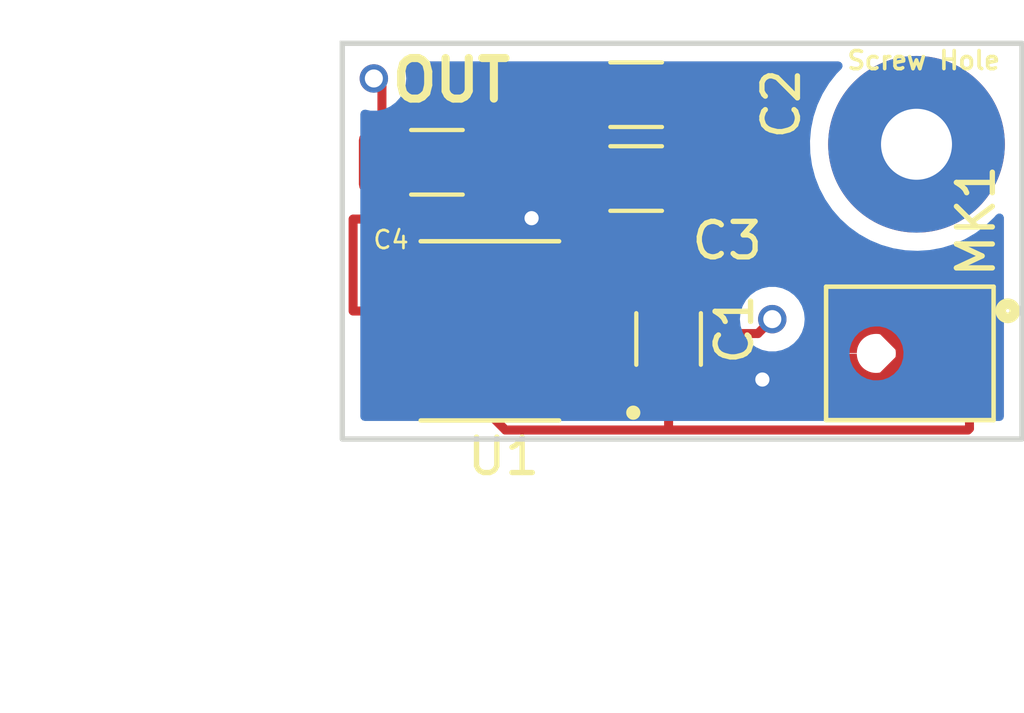
<source format=kicad_pcb>
(kicad_pcb (version 20211014) (generator pcbnew)
  (layers (0 "F.Cu" signal) (31 "B.Cu" signal) (34 "B.Paste" user) (35 "F.Paste" user) (36 "B.SilkS" user "B.Silkscreen") (37 "F.SilkS" user "F.Silkscreen") (38 "B.Mask" user) (39 "F.Mask" user) (44 "Edge.Cuts" user))
  (net 0 "")
  (net 1 "GND")
  (net 2 "Net-(C2-Pad1)")
  (net 3 "Net-(C2-Pad2)")
  (net 4 "+3V3")
  (net 5 "/IN+")
  (net 6 "/IN-")
  (net 7 "/Out")
  (footprint "Resistor_SMD:R_1206_3216Metric_Pad1.30x1.75mm_HandSolder" (layer "F.Cu") (at 152.8312 87.503 180)
    (fp_text reference "R2" hide)
    (fp_text value "10k")
    (fp_line (start -0.727064 0.91) (end 0.727064 0.91) (layer "F.SilkS") (width 0.12))
    (fp_line (start -0.727064 -0.91) (end 0.727064 -0.91) (layer "F.SilkS") (width 0.12))
    (pad "1" smd roundrect (at -1.55 0 180) (size 1.3 1.75) (layers "F.Cu" "F.Paste" "F.Mask") (roundrect_rratio 0.1923076923) (net 5 "/IN+"))
    (pad "2" smd roundrect (at 1.55 0 180) (size 1.3 1.75) (layers "F.Cu" "F.Paste" "F.Mask") (roundrect_rratio 0.1923076923) (net 1 "GND"))
  )
  (footprint "ICS-40300:MIC_ICS-40300" (layer "F.Cu") (at 159.6033 92.4306 -90)
    (fp_text reference "MK1" (at -3.7338 -2.8043 -90) (layer "F.SilkS") (effects (font (size 1.011409 1.011409))))
    (fp_text value "ICS-40300")
    (fp_line (start -1.88 1.42) (end -1.88 -3.3) (layer "F.SilkS") (width 0.127))
    (fp_line (start 1.88 -3.3) (end 1.88 1.42) (layer "F.SilkS") (width 0.127))
    (fp_line (start -1.88 -3.3) (end 1.88 -3.3) (layer "F.SilkS") (width 0.127))
    (fp_line (start 1.88 1.42) (end -1.88 1.42) (layer "F.SilkS") (width 0.127))
    (fp_circle (center -1.2 -3.7) (end -1.15 -3.7) (layer "F.SilkS") (width 0.3) (fill none))
    (pad "" np_thru_hole circle (at 0 0 270) (size 0.5 0.5) (drill 0.5) (layers *.Cu *.Mask))
    (pad "1" smd circle (at -1.2 -2.62 180) (size 0.9 0.9) (layers "F.Cu" "F.Mask") (net 2 "Net-(C2-Pad1)"))
    (pad "2" smd circle (at -1.27 0.79 180) (size 0.7 0.7) (layers "F.Cu" "F.Mask") (net 1 "GND"))
    (pad "3" smd custom (at 0 -0.6858 90) (size 0.1 0.1) (layers "F.Cu") (net 1 "GND") (options (clearance outline) (anchor rect)) (primitives (gr_poly (pts (xy -0.01 -1.53) (xy -0.01 -1.24) (xy -0.02 -1.24) (xy -0.048 -1.239) (xy -0.076 -1.236) (xy -0.104 -1.232) (xy -0.131 -1.226) (xy -0.159 -1.219) (xy -0.186 -1.211) (xy -0.212 -1.201) (xy -0.238 -1.189) (xy -0.264 -1.177) (xy -0.288 -1.163) (xy -0.312 -1.148) (xy -0.335 -1.131) (xy -0.357 -1.114) (xy -0.378 -1.095) (xy -0.399 -1.075) (xy -0.418 -1.054) (xy -0.436 -1.033) (xy -0.452 -1.01) (xy -0.468 -0.986) (xy -0.482 -0.962) (xy -0.495 -0.937) (xy -0.507 -0.911) (xy -0.518 -0.885) (xy -0.526 -0.858) (xy -0.534 -0.831) (xy -0.54 -0.803) (xy -0.545 -0.775) (xy -0.548 -0.747) (xy -0.55 -0.719) (xy -0.55 -0.69) (xy -0.549 -0.661) (xy -0.547 -0.633) (xy -0.543 -0.604) (xy -0.538 -0.576) (xy -0.531 -0.548) (xy -0.523 -0.52) (xy -0.513 -0.493) (xy -0.502 -0.466) (xy -0.49 -0.44) (xy -0.476 -0.415) (xy -0.461 -0.39) (xy -0.445 -0.367) (xy -0.427 -0.344) (xy -0.409 -0.322) (xy -0.389 -0.301) (xy -0.368 -0.281) (xy -0.346 -0.263) (xy -0.323 -0.245) (xy -0.3 -0.229) (xy -0.275 -0.214) (xy -0.25 -0.2) (xy -0.224 -0.188) (xy -0.197 -0.177) (xy -0.17 -0.167) (xy -0.142 -0.159) (xy -0.114 -0.152) (xy -0.086 -0.147) (xy -0.057 -0.143) (xy -0.029 -0.141) (xy 0 -0.14) (xy 0.034 -0.141) (xy 0.063 -0.144) (xy 0.091 -0.148) (xy 0.12 -0.154) (xy 0.148 -0.161) (xy 0.176 -0.17) (xy 0.203 -0.18) (xy 0.23 -0.192) (xy 0.256 -0.205) (xy 0.281 -0.219) (xy 0.305 -0.235) (xy 0.329 -0.252) (xy 0.352 -0.27) (xy 0.374 -0.289) (xy 0.394 -0.309) (xy 0.414 -0.331) (xy 0.432 -0.353) (xy 0.45 -0.377) (xy 0.466 -0.401) (xy 0.48 -0.426) (xy 0.494 -0.452) (xy 0.506 -0.478) (xy 0.517 -0.505) (xy 0.526 -0.533) (xy 0.534 -0.561) (xy 0.54 -0.589) (xy 0.545 -0.618) (xy 0.548 -0.647) (xy 0.55 -0.676) (xy 0.55 -0.7) (xy 0.549 -0.728) (xy 0.547 -0.756) (xy 0.543 -0.784) (xy 0.538 -0.812) (xy 0.532 -0.84) (xy 0.524 -0.867) (xy 0.514 -0.894) (xy 0.503 -0.92) (xy 0.491 -0.945) (xy 0.478 -0.97) (xy 0.463 -0.994) (xy 0.447 -1.017) (xy 0.43 -1.04) (xy 0.411 -1.061) (xy 0.392 -1.082) (xy 0.371 -1.101) (xy 0.35 -1.12) (xy 0.327 -1.137) (xy 0.304 -1.153) (xy 0.28 -1.168) (xy 0.255 -1.181) (xy 0.23 -1.193) (xy 0.204 -1.204) (xy 0.177 -1.214) (xy 0.15 -1.222) (xy 0.122 -1.228) (xy 0.094 -1.233) (xy 0.066 -1.237) (xy 0.038 -1.239) (xy 0.01 -1.24) (xy 0.01 -1.53) (xy 0.058 -1.529) (xy 0.101 -1.525) (xy 0.144 -1.52) (xy 0.187 -1.512) (xy 0.229 -1.502) (xy 0.27 -1.49) (xy 0.311 -1.475) (xy 0.351 -1.459) (xy 0.39 -1.44) (xy 0.428 -1.419) (xy 0.464 -1.397) (xy 0.5 -1.372) (xy 0.534 -1.346) (xy 0.567 -1.318) (xy 0.598 -1.288) (xy 0.628 -1.257) (xy 0.656 -1.224) (xy 0.682 -1.19) (xy 0.707 -1.154) (xy 0.729 -1.118) (xy 0.75 -1.08) (xy 0.769 -1.041) (xy 0.785 -1.001) (xy 0.8 -0.96) (xy 0.812 -0.919) (xy 0.822 -0.877) (xy 0.83 -0.834) (xy 0.835 -0.791) (xy 0.839 -0.748) (xy 0.84 -0.71) (xy 0.84 -0.68) (xy 0.839 -0.637) (xy 0.835 -0.593) (xy 0.83 -0.55) (xy 0.822 -0.507) (xy 0.812 -0.465) (xy 0.799 -0.424) (xy 0.785 -0.383) (xy 0.768 -0.342) (xy 0.75 -0.303) (xy 0.729 -0.265) (xy 0.706 -0.228) (xy 0.681 -0.192) (xy 0.655 -0.158) (xy 0.627 -0.125) (xy 0.597 -0.093) (xy 0.565 -0.063) (xy 0.532 -0.035) (xy 0.498 -0.009) (xy 0.462 0.016) (xy 0.425 0.039) (xy 0.387 0.06) (xy 0.348 0.078) (xy 0.307 0.095) (xy 0.266 0.109) (xy 0.225 0.122) (xy 0.183 0.132) (xy 0.14 0.14) (xy 0.097 0.145) (xy 0.053 0.149) (xy 0.01 0.15) (xy -0.034 0.149) (xy -0.079 0.145) (xy -0.123 0.14) (xy -0.167 0.131) (xy -0.21 0.121) (xy -0.253 0.108) (xy -0.295 0.094) (xy -0.336 0.077) (xy -0.376 0.057) (xy -0.415 0.036) (xy -0.453 0.013) (xy -0.49 -0.012) (xy -0.525 -0.039) (xy -0.559 -0.068) (xy -0.591 -0.099) (xy -0.622 -0.131) (xy -0.651 -0.165) (xy -0.678 -0.2) (xy -0.703 -0.237) (xy -0.726 -0.275) (xy -0.747 -0.314) (xy -0.767 -0.354) (xy -0.784 -0.395) (xy -0.798 -0.437) (xy -0.811 -0.48) (xy -0.821 -0.523) (xy -0.83 -0.567) (xy -0.835 -0.611) (xy -0.839 -0.656) (xy -0.84 -0.7) (xy -0.84 -0.71) (xy -0.839 -0.748) (xy -0.835 -0.791) (xy -0.83 -0.834) (xy -0.822 -0.877) (xy -0.812 -0.919) (xy -0.8 -0.96) (xy -0.785 -1.001) (xy -0.769 -1.041) (xy -0.75 -1.08) (xy -0.729 -1.118) (xy -0.707 -1.154) (xy -0.682 -1.19) (xy -0.656 -1.224) (xy -0.628 -1.257) (xy -0.598 -1.288) (xy -0.567 -1.318) (xy -0.534 -1.346) (xy -0.5 -1.372) (xy -0.464 -1.397) (xy -0.428 -1.419) (xy -0.39 -1.44) (xy -0.351 -1.459) (xy -0.311 -1.475) (xy -0.27 -1.49) (xy -0.229 -1.502) (xy -0.187 -1.512) (xy -0.144 -1.52) (xy -0.101 -1.525) (xy -0.058 -1.529) (xy -0.01 -1.53)) (width 0.001) (fill yes))))
    (pad "4" smd circle (at 1.27 0.79 180) (size 0.7 0.7) (layers "F.Cu" "F.Mask") (net 1 "GND"))
    (pad "5" smd circle (at 1.2 -2.62 180) (size 0.9 0.9) (layers "F.Cu" "F.Mask") (net 4 "+3V3"))
    (pad "6" smd circle (at 0 -2.62 180) (size 0.9 0.9) (layers "F.Cu" "F.Mask") (net 1 "GND"))
  )
  (footprint "Resistor_SMD:R_1206_3216Metric_Pad1.30x1.75mm_HandSolder" (layer "F.Cu") (at 147.2178 87.0458)
    (fp_text reference "R4" hide)
    (fp_text value "36k")
    (fp_line (start -0.727064 0.91) (end 0.727064 0.91) (layer "F.SilkS") (width 0.12))
    (fp_line (start -0.727064 -0.91) (end 0.727064 -0.91) (layer "F.SilkS") (width 0.12))
    (pad "1" smd roundrect (at -1.55 0) (size 1.3 1.75) (layers "F.Cu" "F.Paste" "F.Mask") (roundrect_rratio 0.1923076923) (net 7 "/Out"))
    (pad "2" smd roundrect (at 1.55 0) (size 1.3 1.75) (layers "F.Cu" "F.Paste" "F.Mask") (roundrect_rratio 0.1923076923) (net 6 "/IN-"))
  )
  (footprint "Capacitor_SMD:C_0201_0603Metric_Pad0.64x0.40mm_HandSolder" (layer "F.Cu") (at 155.3204 93.5482 90)
    (fp_text reference "C1" (at 1.8034 0.28 90) (layer "F.SilkS"))
    (fp_text value "0.1µF")
    (pad "1" smd roundrect (at -0.4075 0 90) (size 0.635 0.4) (layers "F.Cu" "F.Mask") (net 4 "+3V3"))
    (pad "2" smd roundrect (at 0.4075 0 90) (size 0.635 0.4) (layers "F.Cu" "F.Mask") (net 1 "GND"))
  )
  (footprint "Capacitor_SMD:C_0201_0603Metric_Pad0.64x0.40mm_HandSolder" (layer "F.Cu") (at 153.517 89.1286 180)
    (fp_text reference "C3" (at -1.8796 -0.127) (layer "F.SilkS"))
    (fp_text value "1µF")
    (pad "1" smd roundrect (at -0.4075 0 180) (size 0.635 0.4) (layers "F.Cu" "F.Mask") (net 5 "/IN+"))
    (pad "2" smd roundrect (at 0.4075 0 180) (size 0.635 0.4) (layers "F.Cu" "F.Mask") (net 1 "GND"))
  )
  (footprint "Resistor_SMD:R_1206_3216Metric_Pad1.30x1.75mm_HandSolder" (layer "F.Cu") (at 152.8312 85.1408 180)
    (fp_text reference "R1" hide)
    (fp_text value "4.7k")
    (fp_line (start -0.727064 0.91) (end 0.727064 0.91) (layer "F.SilkS") (width 0.12))
    (fp_line (start -0.727064 -0.91) (end 0.727064 -0.91) (layer "F.SilkS") (width 0.12))
    (pad "1" smd roundrect (at -1.55 0 180) (size 1.3 1.75) (layers "F.Cu" "F.Paste" "F.Mask") (roundrect_rratio 0.1923076923) (net 3 "Net-(C2-Pad2)"))
    (pad "2" smd roundrect (at 1.55 0 180) (size 1.3 1.75) (layers "F.Cu" "F.Paste" "F.Mask") (roundrect_rratio 0.1923076923) (net 6 "/IN-"))
  )
  (footprint "Resistor_SMD:R_1206_3216Metric_Pad1.30x1.75mm_HandSolder" (layer "F.Cu") (at 153.7456 92.0242 90)
    (fp_text reference "R3" hide)
    (fp_text value "10k")
    (fp_line (start -0.727064 -0.91) (end 0.727064 -0.91) (layer "F.SilkS") (width 0.12))
    (fp_line (start -0.727064 0.91) (end 0.727064 0.91) (layer "F.SilkS") (width 0.12))
    (pad "1" smd roundrect (at -1.55 0 90) (size 1.3 1.75) (layers "F.Cu" "F.Paste" "F.Mask") (roundrect_rratio 0.1923076923) (net 4 "+3V3"))
    (pad "2" smd roundrect (at 1.55 0 90) (size 1.3 1.75) (layers "F.Cu" "F.Paste" "F.Mask") (roundrect_rratio 0.1923076923) (net 5 "/IN+"))
  )
  (footprint "OPA344UA_2K5:SOIC127P599X175-8N" (layer "F.Cu") (at 148.7102 91.7956 180)
    (fp_text reference "U1" (at -0.385 -3.537 180) (layer "F.SilkS"))
    (fp_text value "OPA344UA/2K5")
    (fp_line (start -1.95 2.525) (end 1.95 2.525) (layer "F.SilkS") (width 0.127))
    (fp_line (start -1.95 -2.525) (end 1.95 -2.525) (layer "F.SilkS") (width 0.127))
    (fp_circle (center -4.04 -2.305) (end -3.94 -2.305) (layer "F.SilkS") (width 0.2) (fill none))
    (pad "1" smd roundrect locked (at -2.47 -1.905 180) (size 1.97 0.6) (layers "F.Cu" "F.Paste" "F.Mask") (roundrect_rratio 0.07))
    (pad "2" smd roundrect locked (at -2.47 -0.635 180) (size 1.97 0.6) (layers "F.Cu" "F.Paste" "F.Mask") (roundrect_rratio 0.07) (net 6 "/IN-"))
    (pad "3" smd roundrect locked (at -2.47 0.635 180) (size 1.97 0.6) (layers "F.Cu" "F.Paste" "F.Mask") (roundrect_rratio 0.07) (net 5 "/IN+"))
    (pad "4" smd roundrect locked (at -2.47 1.905 180) (size 1.97 0.6) (layers "F.Cu" "F.Paste" "F.Mask") (roundrect_rratio 0.07) (net 1 "GND"))
    (pad "5" smd roundrect locked (at 2.47 1.905 180) (size 1.97 0.6) (layers "F.Cu" "F.Paste" "F.Mask") (roundrect_rratio 0.07))
    (pad "6" smd roundrect locked (at 2.47 0.635 180) (size 1.97 0.6) (layers "F.Cu" "F.Paste" "F.Mask") (roundrect_rratio 0.07) (net 7 "/Out"))
    (pad "7" smd roundrect locked (at 2.47 -0.635 180) (size 1.97 0.6) (layers "F.Cu" "F.Paste" "F.Mask") (roundrect_rratio 0.07) (net 4 "+3V3"))
    (pad "8" smd roundrect locked (at 2.47 -1.905 180) (size 1.97 0.6) (layers "F.Cu" "F.Paste" "F.Mask") (roundrect_rratio 0.07))
  )
  (footprint "Capacitor_SMD:C_0201_0603Metric_Pad0.64x0.40mm_HandSolder" (layer "F.Cu") (at 145.9162 88.646 180)
    (fp_text reference "C4" (at -0.0068 -0.5842 180) (layer "F.SilkS") (effects (font (size 0.508 0.508) (thickness 0.0762))))
    (fp_text value "27pF")
    (pad "1" smd roundrect (at -0.4075 0 180) (size 0.635 0.4) (layers "F.Cu" "F.Mask") (net 6 "/IN-"))
    (pad "2" smd roundrect (at 0.4075 0 180) (size 0.635 0.4) (layers "F.Cu" "F.Mask") (net 7 "/Out"))
  )
  (footprint "Capacitor_SMD:C_0201_0603Metric_Pad0.64x0.40mm_HandSolder" (layer "F.Cu") (at 155.8284 85.3955 90)
    (fp_text reference "C2" (at 0 1.0922 90) (layer "F.SilkS"))
    (fp_text value "4.7µF")
    (pad "1" smd roundrect (at -0.4075 0 90) (size 0.635 0.4) (layers "F.Cu" "F.Mask") (net 2 "Net-(C2-Pad1)"))
    (pad "2" smd roundrect (at 0.4075 0 90) (size 0.635 0.4) (layers "F.Cu" "F.Mask") (net 3 "Net-(C2-Pad2)"))
  )
  (gr_rect (start 144.55079 94.8436) (end 163.703 83.693) (layer "Edge.Cuts") (width 0.15) (fill none))
  (gr_text "Screw Hole" (at 160.9344 84.1756) (layer "F.SilkS") (effects (font (size 0.508 0.508) (thickness 0.1016))))
  (gr_text "OUT" (at 147.6248 84.7344) (layer "F.SilkS") (effects (font (size 1.143 1.143) (thickness 0.2286))))
  (via (at 160.7312 86.5378) (size 4.9784) (drill 2.000001) (layers "F.Cu" "B.Cu") (net 0))
  (segment (start 151.2812 87.503) (end 151.0024 87.503) (width 0.254) (layer "F.Cu") (net 1))
  (segment (start 151.1802 89.8906) (end 151.1548 89.8906) (width 0.254) (layer "F.Cu") (net 1))
  (segment (start 158.3042 93.1915) (end 158.8133 93.7006) (width 0.254) (layer "F.Cu") (net 1))
  (segment (start 157.5319 93.1915) (end 157.4811 93.1407) (width 0.254) (layer "F.Cu") (net 1))
  (segment (start 153.1095 89.1286) (end 151.9422 89.1286) (width 0.254) (layer "F.Cu") (net 1))
  (segment (start 151.9422 88.164) (end 151.2812 87.503) (width 0.254) (layer "F.Cu") (net 1))
  (segment (start 160.2891 92.4306) (end 160.2891 92.29655) (width 0.254) (layer "F.Cu") (net 1))
  (segment (start 151.9422 89.1286) (end 151.1802 89.8906) (width 0.254) (layer "F.Cu") (net 1))
  (segment (start 155.3204 93.1407) (end 156.0327 93.1407) (width 0.254) (layer "F.Cu") (net 1))
  (segment (start 151.9422 89.1286) (end 151.9422 88.164) (width 0.254) (layer "F.Cu") (net 1))
  (segment (start 151.0024 87.503) (end 149.8848 88.6206) (width 0.254) (layer "F.Cu") (net 1))
  (segment (start 160.2891 92.29655) (end 159.15315 91.1606) (width 0.254) (layer "F.Cu") (net 1))
  (segment (start 151.1548 89.8906) (end 149.8848 88.6206) (width 0.254) (layer "F.Cu") (net 1))
  (segment (start 162.2233 92.4306) (end 160.2891 92.4306) (width 0.254) (layer "F.Cu") (net 1))
  (segment (start 160.2891 92.4306) (end 160.2891 92.56465) (width 0.254) (layer "F.Cu") (net 1))
  (segment (start 157.4811 93.1407) (end 156.0327 93.1407) (width 0.254) (layer "F.Cu") (net 1))
  (segment (start 160.2891 92.56465) (end 159.15315 93.7006) (width 0.254) (layer "F.Cu") (net 1))
  (segment (start 159.15315 93.7006) (end 158.8133 93.7006) (width 0.254) (layer "F.Cu") (net 1))
  (segment (start 157.5319 93.1915) (end 158.3042 93.1915) (width 0.254) (layer "F.Cu") (net 1))
  (segment (start 159.15315 91.1606) (end 158.8133 91.1606) (width 0.254) (layer "F.Cu") (net 1))
  (via (at 156.3878 93.1672) (size 0.8) (drill 0.4) (layers "F.Cu" "B.Cu") (net 1))
  (via (at 149.8848 88.6206) (size 0.8) (drill 0.4) (layers "F.Cu" "B.Cu") (net 1))
  (segment (start 155.8284 86.2841) (end 160.7749 91.2306) (width 0.254) (layer "F.Cu") (net 2))
  (segment (start 160.7749 91.2306) (end 162.2233 91.2306) (width 0.254) (layer "F.Cu") (net 2))
  (segment (start 155.8284 85.803) (end 155.8284 86.2841) (width 0.254) (layer "F.Cu") (net 2))
  (segment (start 155.6756 85.1408) (end 155.8284 84.988) (width 0.254) (layer "F.Cu") (net 3))
  (segment (start 154.3812 84.9884) (end 155.6756 84.9884) (width 0.254) (layer "F.Cu") (net 3))
  (segment (start 162.2233 94.5453) (end 162.2233 93.6306) (width 0.254) (layer "F.Cu") (net 4))
  (segment (start 153.7456 92.1518) (end 154.0256 91.8718) (width 0.254) (layer "F.Cu") (net 4))
  (segment (start 162.179 94.5896) (end 162.2233 94.5453) (width 0.254) (layer "F.Cu") (net 4))
  (segment (start 153.7456 94.5896) (end 162.179 94.5896) (width 0.254) (layer "F.Cu") (net 4))
  (segment (start 146.9892 92.4306) (end 146.2402 92.4306) (width 0.254) (layer "F.Cu") (net 4))
  (segment (start 153.7456 94.5896) (end 149.1482 94.5896) (width 0.254) (layer "F.Cu") (net 4))
  (segment (start 153.7456 93.5742) (end 153.7456 94.5896) (width 0.254) (layer "F.Cu") (net 4))
  (segment (start 153.7456 93.5742) (end 153.7456 92.1518) (width 0.254) (layer "F.Cu") (net 4))
  (segment (start 149.1482 94.5896) (end 146.9892 92.4306) (width 0.254) (layer "F.Cu") (net 4))
  (segment (start 155.3204 93.9557) (end 154.1271 93.9557) (width 0.254) (layer "F.Cu") (net 4))
  (segment (start 154.0256 91.8718) (end 156.2608 91.8718) (width 0.254) (layer "F.Cu") (net 4))
  (segment (start 154.1271 93.9557) (end 153.7456 93.5742) (width 0.254) (layer "F.Cu") (net 4))
  (segment (start 156.2608 91.8718) (end 156.6672 91.4654) (width 0.254) (layer "F.Cu") (net 4))
  (via (at 156.6672 91.4654) (size 0.8) (drill 0.508) (layers "F.Cu" "B.Cu") (net 4))
  (segment (start 153.9245 89.1286) (end 153.9245 90.2953) (width 0.254) (layer "F.Cu") (net 5))
  (segment (start 153.9245 89.1286) (end 153.9245 87.9597) (width 0.254) (layer "F.Cu") (net 5))
  (segment (start 153.0592 91.1606) (end 153.7456 90.4742) (width 0.254) (layer "F.Cu") (net 5))
  (segment (start 153.9245 90.2953) (end 153.7456 90.4742) (width 0.254) (layer "F.Cu") (net 5))
  (segment (start 151.1802 91.1606) (end 153.0592 91.1606) (width 0.254) (layer "F.Cu") (net 5))
  (segment (start 153.9245 87.9597) (end 154.3812 87.503) (width 0.254) (layer "F.Cu") (net 5))
  (segment (start 151.1802 92.4306) (end 148.1768 92.4306) (width 0.254) (layer "F.Cu") (net 6))
  (segment (start 148.126 88.646) (end 148.126 87.6876) (width 0.254) (layer "F.Cu") (net 6))
  (segment (start 148.1768 88.6968) (end 148.126 88.646) (width 0.254) (layer "F.Cu") (net 6))
  (segment (start 148.7678 87.0458) (end 150.6728 85.1408) (width 0.254) (layer "F.Cu") (net 6))
  (segment (start 148.1768 92.4306) (end 148.1768 88.6968) (width 0.254) (layer "F.Cu") (net 6))
  (segment (start 148.126 87.6876) (end 148.7678 87.0458) (width 0.254) (layer "F.Cu") (net 6))
  (segment (start 150.6728 85.1408) (end 151.2812 85.1408) (width 0.254) (layer "F.Cu") (net 6))
  (segment (start 148.126 88.646) (end 146.3237 88.646) (width 0.254) (layer "F.Cu") (net 6))
  (segment (start 145.5087 87.2049) (end 145.6678 87.0458) (width 0.254) (layer "F.Cu") (net 7))
  (segment (start 145.5087 88.646) (end 145.5087 87.2049) (width 0.254) (layer "F.Cu") (net 7))
  (segment (start 145.5087 88.646) (end 144.8748 88.646) (width 0.254) (layer "F.Cu") (net 7))
  (segment (start 146.164 91.2368) (end 146.2402 91.1606) (width 0.254) (layer "F.Cu") (net 7))
  (segment (start 145.6678 87.0458) (end 145.6678 84.911) (width 0.254) (layer "F.Cu") (net 7))
  (segment (start 144.8556 88.646) (end 144.8556 91.2368) (width 0.254) (layer "F.Cu") (net 7))
  (segment (start 145.6678 84.911) (end 145.4404 84.6836) (width 0.254) (layer "F.Cu") (net 7))
  (segment (start 144.8748 91.2368) (end 146.164 91.2368) (width 0.254) (layer "F.Cu") (net 7))
  (via (at 145.4404 84.6836) (size 0.8) (drill 0.508) (layers "F.Cu" "B.Cu") (net 7))
  (zone (net 1) (net_name "GND") (layer "B.Cu") (name "bottom ground") (connect_pads (clearance 0.508)) (min_thickness 0.254) (fill yes (thermal_gap 0.508) (thermal_bridge_width 0.508) (island_removal_mode 2) (island_area_min 0.32258))
    (polygon (pts (xy 163.6268 94.7674) (xy 144.5514 94.8436) (xy 144.6022 83.6168) (xy 163.6268 83.5914)))
  )
)
</source>
